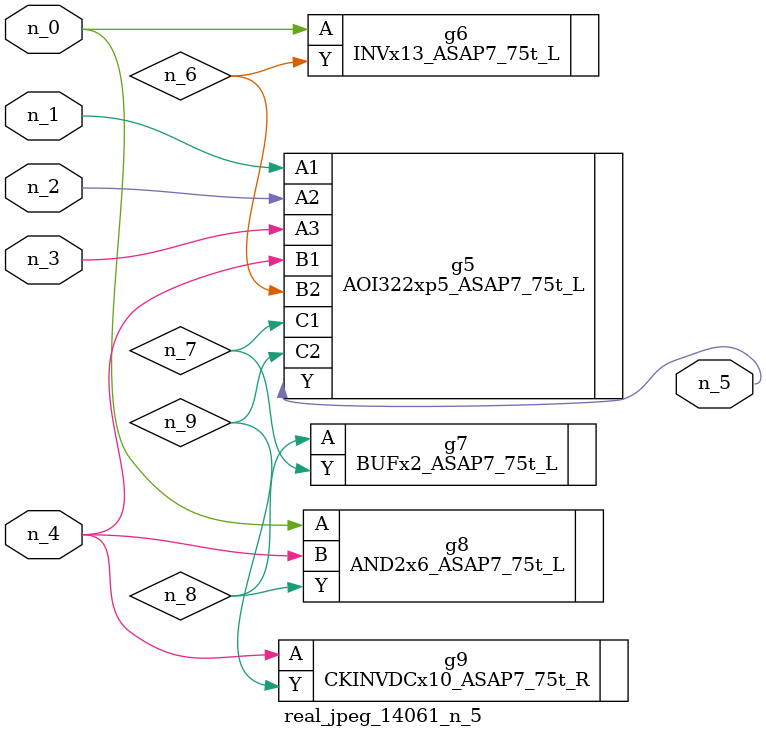
<source format=v>
module real_jpeg_14061_n_5 (n_4, n_0, n_1, n_2, n_3, n_5);

input n_4;
input n_0;
input n_1;
input n_2;
input n_3;

output n_5;

wire n_8;
wire n_6;
wire n_7;
wire n_9;

INVx13_ASAP7_75t_L g6 ( 
.A(n_0),
.Y(n_6)
);

AND2x6_ASAP7_75t_L g8 ( 
.A(n_0),
.B(n_4),
.Y(n_8)
);

AOI322xp5_ASAP7_75t_L g5 ( 
.A1(n_1),
.A2(n_2),
.A3(n_3),
.B1(n_4),
.B2(n_6),
.C1(n_7),
.C2(n_9),
.Y(n_5)
);

CKINVDCx10_ASAP7_75t_R g9 ( 
.A(n_4),
.Y(n_9)
);

BUFx2_ASAP7_75t_L g7 ( 
.A(n_8),
.Y(n_7)
);


endmodule
</source>
